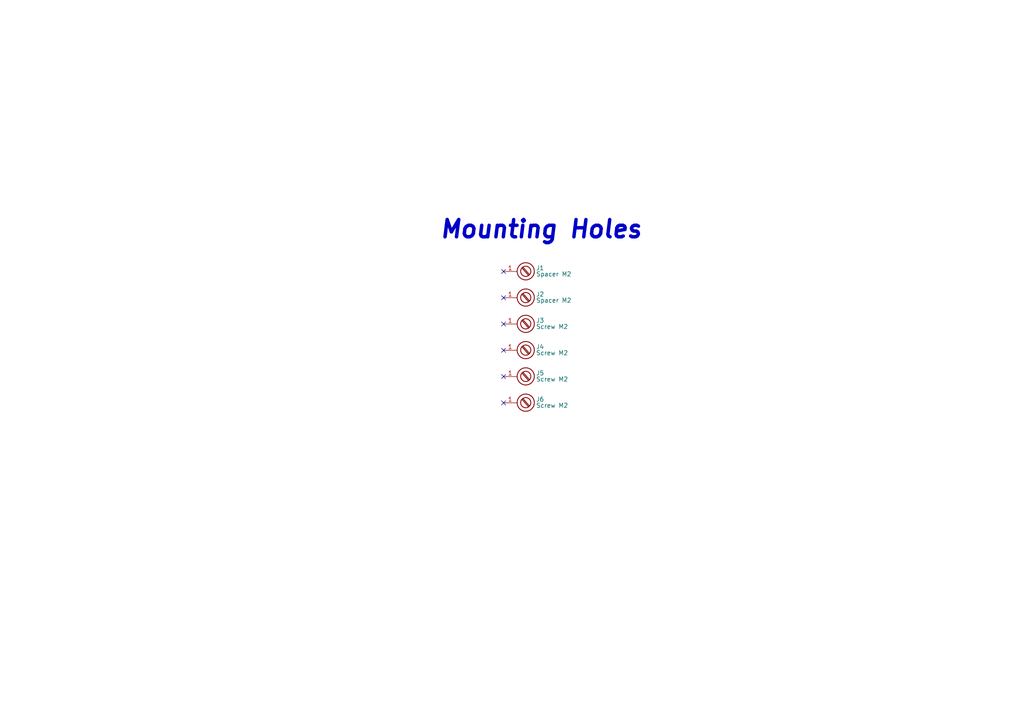
<source format=kicad_sch>
(kicad_sch (version 20211123) (generator eeschema)
  (paper "A4")
  (lib_symbols
    (symbol "Mechanical:Screw_Terminal_01x01" (pin_names (offset 1.016) hide)
      (property "Reference" "J" (at -0.254 3.556 0))
      (property "Value" "Screw_Terminal_01x01" (at 0 -3.556 0))
      (symbol "Screw_Terminal_01x01_1_1"
        (polyline (pts (xy -1.016 0.889) (xy 0.762 -1.143)) (stroke (width 0.254)))
        (polyline (pts (xy -0.762 1.143) (xy 1.016 -0.889)) (stroke (width 0.254)))
        (circle (center 0 0) (radius 1.4811) (stroke (width 0.254)))
        (circle (center 0 0) (radius 2.4908) (stroke (width 0.254)))
        (pin passive line (at -6.4378 -0.0505 0) (length 3.81) (name "Pin_1") (number "1"))
      )
    )
  )
  (no_connect (at 146.05 93.98))
  (no_connect (at 146.05 116.8399))
  (no_connect (at 146.05 101.5999))
  (no_connect (at 146.05 86.3599))
  (no_connect (at 146.05 109.22))
  (no_connect (at 146.05 78.74))
  (text "Mounting Holes" (at 127.254 69.596 0) (effects (font (size 5 5) (thickness 1.0008) bold italic) (justify left bottom)))
  (symbol (lib_id "Mechanical:Screw_Terminal_01x01") (at 152.4878 86.3094 0) (unit 1)
    (property "Reference" "J2" (at 155.448 85.3439 0) (effects (justify left)))
    (property "Value" "Spacer M2" (at 155.448 87.1219 0) (effects (justify left)))
    (property "Footprint" "MountingHole:MountingHole_2.2mm_M2_DIN965_Pad" (effects hide))
  )
  (symbol (lib_id "Mechanical:Screw_Terminal_01x01") (at 152.4878 116.7894 0) (unit 1)
    (property "Reference" "J6" (at 155.448 115.8239 0) (effects (justify left)))
    (property "Value" "Screw M2" (at 155.448 117.6019 0) (effects (justify left)))
    (property "Footprint" "MountingHole:MountingHole_2.2mm_M2_DIN965_Pad" (effects hide))
  )
  (symbol (lib_id "Mechanical:Screw_Terminal_01x01") (at 152.4878 78.6895 0) (unit 1)
    (property "Reference" "J1" (at 155.448 77.724 0) (effects (justify left)))
    (property "Value" "Spacer M2" (at 155.448 79.502 0) (effects (justify left)))
    (property "Footprint" "MountingHole:MountingHole_2.2mm_M2_DIN965_Pad" (effects hide))
  )
  (symbol (lib_id "Mechanical:Screw_Terminal_01x01") (at 152.4878 93.9295 0) (unit 1)
    (property "Reference" "J3" (at 155.448 92.964 0) (effects (justify left)))
    (property "Value" "Screw M2" (at 155.448 94.742 0) (effects (justify left)))
    (property "Footprint" "MountingHole:MountingHole_2.2mm_M2_DIN965_Pad" (effects hide))
  )
  (symbol (lib_id "Mechanical:Screw_Terminal_01x01") (at 152.4878 101.5494 0) (unit 1)
    (property "Reference" "J4" (at 155.448 100.5839 0) (effects (justify left)))
    (property "Value" "Screw M2" (at 155.448 102.3619 0) (effects (justify left)))
    (property "Footprint" "MountingHole:MountingHole_2.2mm_M2_DIN965_Pad" (effects hide))
  )
  (symbol (lib_id "Mechanical:Screw_Terminal_01x01") (at 152.4878 109.1695 0) (unit 1)
    (property "Reference" "J5" (at 155.448 108.204 0) (effects (justify left)))
    (property "Value" "Screw M2" (at 155.448 109.982 0) (effects (justify left)))
    (property "Footprint" "MountingHole:MountingHole_2.2mm_M2_DIN965_Pad" (effects hide))
  )
)
</source>
